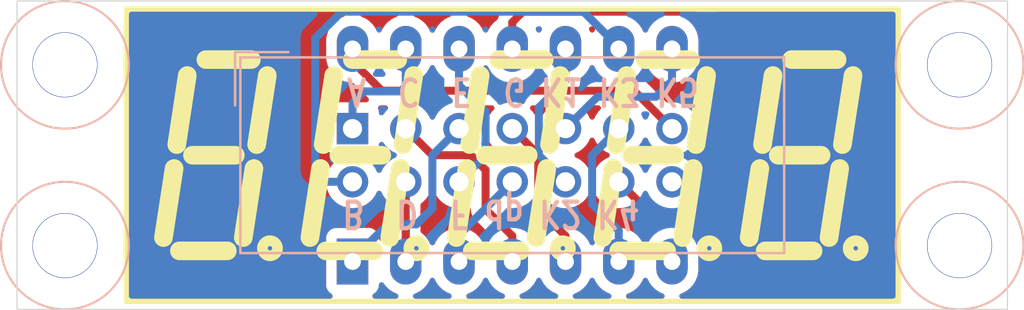
<source format=kicad_pcb>
(kicad_pcb (version 20211014) (generator pcbnew)
  (layers (0 "F.Cu" signal) (31 "B.Cu" signal) (36 "B.SilkS" user "B.Silkscreen") (37 "F.SilkS" user "F.Silkscreen") (38 "B.Mask" user) (39 "F.Mask" user) (44 "Edge.Cuts" user))
  (net 0 "")
  (net 1 "/K_SegA")
  (net 2 "/K_SegB")
  (net 3 "/K_SegC")
  (net 4 "/K_SegDP")
  (net 5 "/A0")
  (net 6 "/K_SegD")
  (net 7 "/K_SegE")
  (net 8 "/K_SegG")
  (net 9 "/K_SegF")
  (net 10 "/A1")
  (net 11 "/A2")
  (net 12 "/A3")
  (net 13 "/A4")
  (net 14 "Net-(P6-Pad14)")
  (footprint "GCC_Display:Disp7s5x_036" (layer "F.Cu") (at 59.182 40.386)
    (fp_text reference "S4" hide)
    (fp_text value "LEDDSP5_CA" hide)
    (fp_line (start 12.065 4.56946) (end 14.34846 4.56946) (layer "F.SilkS") (width 0.889))
    (fp_line (start -5.33654 0.635) (end -5.84454 3.93446) (layer "F.SilkS") (width 0.889))
    (fp_line (start 0.762 0) (end -1.2827 0) (layer "F.SilkS") (width 0.889))
    (fp_line (start 5.45338 -3.80746) (end 4.953 -0.508) (layer "F.SilkS") (width 0.889))
    (fp_line (start 13.32738 -4.56946) (end 15.494 -4.56946) (layer "F.SilkS") (width 0.889))
    (fp_line (start -8.89 4.56946) (end -6.60654 4.56946) (layer "F.SilkS") (width 0.889))
    (fp_line (start -6.223 0) (end -8.2677 0) (layer "F.SilkS") (width 0.889))
    (fp_line (start -0.64262 -4.56946) (end 1.524 -4.56946) (layer "F.SilkS") (width 0.889))
    (fp_line (start 2.286 -3.80746) (end 1.778 -0.508) (layer "F.SilkS") (width 0.889))
    (fp_line (start -7.62762 -4.56946) (end -5.461 -4.56946) (layer "F.SilkS") (width 0.889))
    (fp_line (start -16.129 0.635) (end -16.637 3.93446) (layer "F.SilkS") (width 0.889))
    (fp_line (start 14.732 0) (end 12.6873 0) (layer "F.SilkS") (width 0.889))
    (fp_line (start -11.684 -3.80746) (end -12.192 -0.508) (layer "F.SilkS") (width 0.889))
    (fp_line (start 1.64846 0.635) (end 1.14046 3.93446) (layer "F.SilkS") (width 0.889))
    (fp_line (start 18.41246 -6.985) (end -18.41246 -6.985) (layer "F.SilkS") (width 0.254))
    (fp_line (start -4.699 -3.80746) (end -5.207 -0.508) (layer "F.SilkS") (width 0.889))
    (fp_line (start 11.811 0.635) (end 11.303 3.93446) (layer "F.SilkS") (width 0.889))
    (fp_line (start 7.747 0) (end 5.7023 0) (layer "F.SilkS") (width 0.889))
    (fp_line (start -8.51662 -3.80746) (end -9.017 -0.508) (layer "F.SilkS") (width 0.889))
    (fp_line (start 5.08 4.56946) (end 7.36346 4.56946) (layer "F.SilkS") (width 0.889))
    (fp_line (start 16.256 -3.80746) (end 15.748 -0.508) (layer "F.SilkS") (width 0.889))
    (fp_line (start -12.32154 0.635) (end -12.82954 3.93446) (layer "F.SilkS") (width 0.889))
    (fp_line (start 8.63346 0.635) (end 8.12546 3.93446) (layer "F.SilkS") (width 0.889))
    (fp_line (start -15.875 4.56946) (end -13.59154 4.56946) (layer "F.SilkS") (width 0.889))
    (fp_line (start 6.34238 -4.56946) (end 8.509 -4.56946) (layer "F.SilkS") (width 0.889))
    (fp_line (start -1.53162 -3.80746) (end -2.032 -0.508) (layer "F.SilkS") (width 0.889))
    (fp_line (start 15.61846 0.635) (end 15.11046 3.93446) (layer "F.SilkS") (width 0.889))
    (fp_line (start 9.271 -3.80746) (end 8.763 -0.508) (layer "F.SilkS") (width 0.889))
    (fp_line (start -15.50162 -3.80746) (end -16.002 -0.508) (layer "F.SilkS") (width 0.889))
    (fp_line (start -14.61262 -4.56946) (end -12.446 -4.56946) (layer "F.SilkS") (width 0.889))
    (fp_line (start -13.208 0) (end -15.2527 0) (layer "F.SilkS") (width 0.889))
    (fp_line (start -9.144 0.635) (end -9.652 3.93446) (layer "F.SilkS") (width 0.889))
    (fp_line (start -2.159 0.635) (end -2.667 3.93446) (layer "F.SilkS") (width 0.889))
    (fp_line (start -1.905 4.56946) (end 0.37846 4.56946) (layer "F.SilkS") (width 0.889))
    (fp_line (start 12.43838 -3.80746) (end 11.938 -0.508) (layer "F.SilkS") (width 0.889))
    (fp_line (start 18.41246 6.985) (end 18.41246 -6.985) (layer "F.SilkS") (width 0.254))
    (fp_line (start -18.41246 6.985) (end -18.41246 -6.985) (layer "F.SilkS") (width 0.254))
    (fp_line (start 4.826 0.635) (end 4.318 3.93446) (layer "F.SilkS") (width 0.889))
    (fp_line (start -18.41246 6.985) (end 18.41246 6.985) (layer "F.SilkS") (width 0.254))
    (fp_circle (center 9.398 4.445) (end 9.652 4.18846) (layer "F.SilkS") (width 0.508) (fill none))
    (fp_circle (center -11.557 4.445) (end -11.303 4.18846) (layer "F.SilkS") (width 0.508) (fill none))
    (fp_circle (center 16.383 4.445) (end 16.637 4.18846) (layer "F.SilkS") (width 0.508) (fill none))
    (fp_circle (center 2.413 4.445) (end 2.667 4.18846) (layer "F.SilkS") (width 0.508) (fill none))
    (fp_circle (center -4.572 4.445) (end -4.318 4.18846) (layer "F.SilkS") (width 0.508) (fill none))
    (pad "1" thru_hole rect locked (at -7.62 5.08 90) (size 2.19964 1.50114) (drill 0.8001) (layers *.Cu *.Mask) (net 7 "/K_SegE"))
    (pad "2" thru_hole oval locked (at -5.08 5.08 90) (size 2.1971 1.4986) (drill 0.8001) (layers *.Cu *.Mask) (net 6 "/K_SegD"))
    (pad "3" thru_hole oval locked (at -2.54 5.08 90) (size 2.1971 1.4986) (drill 0.8001) (layers *.Cu *.Mask) (net 4 "/K_SegDP"))
    (pad "4" thru_hole oval locked (at 0 5.08 90) (size 2.1971 1.4986) (drill 0.8001) (layers *.Cu *.Mask) (net 3 "/K_SegC"))
    (pad "5" thru_hole oval locked (at 2.54 5.08 90) (size 2.1971 1.4986) (drill 0.8001) (layers *.Cu *.Mask) (net 8 "/K_SegG"))
    (pad "6" thru_hole oval locked (at 5.08 5.08 90) (size 2.1971 1.4986) (drill 0.8001) (layers *.Cu *.Mask) (net 11 "/A2"))
    (pad "7" thru_hole oval locked (at 7.62 5.08 90) (size 2.1971 1.4986) (drill 0.8001) (layers *.Cu *.Mask))
    (pad "8" thru_hole oval locked (at 7.62 -5.08 90) (size 2.1971 1.4986) (drill 0.8001) (layers *.Cu *.Mask) (net 5 "/A0"))
    (pad "9" thru_hole oval locked (at 5.08 -5.08 90) (size 2.1971 1.4986) (drill 0.8001) (layers *.Cu *.Mask) (net 2 "/K_SegB"))
    (pad "10" thru_hole oval locked (at 2.54 -5.08 90) (size 2.1971 1.4986) (drill 0.8001) (layers *.Cu *.Mask) (net 10 "/A1"))
    (pad "11" thru_hole oval locked (at 0 -5.08 90) (size 2.1971 1.4986) (drill 0.8001) (layers *.Cu *.Mask) (net 12 "/A3"))
    (pad "12" thru_hole oval locked (at -2.53746 -5.08 90) (size 2.1971 1.4986) (drill 0.8001) (layers *.Cu *.Mask) (net 9 "/K_SegF"))
    (pad "13" thru_hole oval locked (at -5.08 -5.08 90) (size 2.1971 1.4986) (drill 0.8001) (layers *.Cu *.Mask) (net 1 "/K_SegA"))
    (pad "14" thru_hole oval locked (at -7.61746 -5.08 90) (size 2.1971 1.4986) (drill 0.8001) (layers *.Cu *.Mask) (net 13 "/A4"))
  )
  (footprint "Connector_IDC:IDC-Header_2x07_P2.54mm_Vertical" (layer "B.Cu") (at 51.562 39.116 -90)
    (fp_text reference "P6" hide)
    (fp_text value "Disp5" hide)
    (fp_line (start 5.945 5.35) (end 5.945 -20.59) (layer "B.SilkS") (width 0.12))
    (fp_line (start -3.655 5.6) (end -3.655 3.06) (layer "B.SilkS") (width 0.12))
    (fp_line (start -3.405 -20.59) (end -3.405 5.35) (layer "B.SilkS") (width 0.12))
    (fp_line (start -3.655 5.6) (end -1.115 5.6) (layer "B.SilkS") (width 0.12))
    (fp_line (start -3.405 5.35) (end 5.945 5.35) (layer "B.SilkS") (width 0.12))
    (fp_line (start 5.945 -20.59) (end -3.405 -20.59) (layer "B.SilkS") (width 0.12))
    (pad "1" thru_hole rect locked (at 0 0 270) (size 1.4986 1.4986) (drill 0.9144) (layers *.Cu *.Mask) (net 1 "/K_SegA"))
    (pad "2" thru_hole oval locked (at 2.54 0 270) (size 1.4986 1.4986) (drill 0.9144) (layers *.Cu *.Mask) (net 2 "/K_SegB"))
    (pad "3" thru_hole oval locked (at 0 -2.54 270) (size 1.4986 1.4986) (drill 0.9144) (layers *.Cu *.Mask) (net 3 "/K_SegC"))
    (pad "4" thru_hole oval locked (at 2.54 -2.54 270) (size 1.4986 1.4986) (drill 0.9144) (layers *.Cu *.Mask) (net 6 "/K_SegD"))
    (pad "5" thru_hole oval locked (at 0 -5.08 270) (size 1.4986 1.4986) (drill 0.9144) (layers *.Cu *.Mask) (net 7 "/K_SegE"))
    (pad "6" thru_hole oval locked (at 2.54 -5.08 270) (size 1.4986 1.4986) (drill 0.9144) (layers *.Cu *.Mask) (net 9 "/K_SegF"))
    (pad "7" thru_hole oval locked (at 0 -7.62 270) (size 1.4986 1.4986) (drill 0.9144) (layers *.Cu *.Mask) (net 8 "/K_SegG"))
    (pad "8" thru_hole oval locked (at 2.54 -7.62 270) (size 1.4986 1.4986) (drill 0.9144) (layers *.Cu *.Mask) (net 4 "/K_SegDP"))
    (pad "9" thru_hole oval locked (at 0 -10.16 270) (size 1.4986 1.4986) (drill 0.9144) (layers *.Cu *.Mask) (net 5 "/A0"))
    (pad "10" thru_hole oval locked (at 2.54 -10.16 270) (size 1.4986 1.4986) (drill 0.9144) (layers *.Cu *.Mask) (net 10 "/A1"))
    (pad "11" thru_hole oval locked (at 0 -12.7 270) (size 1.4986 1.4986) (drill 0.9144) (layers *.Cu *.Mask) (net 11 "/A2"))
    (pad "12" thru_hole oval locked (at 2.54 -12.7 270) (size 1.4986 1.4986) (drill 0.9144) (layers *.Cu *.Mask) (net 12 "/A3"))
    (pad "13" thru_hole oval locked (at 0 -15.24 270) (size 1.4986 1.4986) (drill 0.9144) (layers *.Cu *.Mask) (net 13 "/A4"))
    (pad "14" thru_hole oval locked (at 2.54 -15.24 270) (size 1.4986 1.4986) (drill 0.9144) (layers *.Cu *.Mask) (net 14 "Net-(P6-Pad14)"))
  )
  (footprint "GCC_holes:Hole3mm" (layer "B.Cu") (at 80.518 36.068)
    (fp_text reference "H8" hide)
    (fp_text value "MountingHole" hide)
    (fp_circle (center 0 0) (end 0 3.048) (layer "B.SilkS") (width 0.1) (fill none))
    (pad "1" thru_hole circle locked (at 0 0) (size 3.1 3.1) (drill 3.05) (layers *.Cu *.Mask))
  )
  (footprint "GCC_holes:Hole3mm" (layer "B.Cu") (at 80.518 44.704)
    (fp_text reference "H7" hide)
    (fp_text value "MountingHole" hide)
    (fp_circle (center 0 0) (end 0 3.048) (layer "B.SilkS") (width 0.1) (fill none))
    (pad "1" thru_hole circle locked (at 0 0) (size 3.1 3.1) (drill 3.05) (layers *.Cu *.Mask))
  )
  (footprint "GCC_holes:Hole3mm" (layer "B.Cu") (at 37.846 44.704)
    (fp_text reference "H6" hide)
    (fp_text value "MountingHole" hide)
    (fp_circle (center 0 0) (end 0 3.048) (layer "B.SilkS") (width 0.1) (fill none))
    (pad "1" thru_hole circle locked (at 0 0) (size 3.1 3.1) (drill 3.05) (layers *.Cu *.Mask))
  )
  (footprint "GCC_holes:Hole3mm" (layer "B.Cu") (at 37.846 36.068)
    (fp_text reference "H5" hide)
    (fp_text value "MountingHole" hide)
    (fp_circle (center 0 0) (end 0 3.048) (layer "B.SilkS") (width 0.1) (fill none))
    (pad "1" thru_hole circle locked (at 0 0) (size 3.1 3.1) (drill 3.05) (layers *.Cu *.Mask))
  )
  (gr_rect (start 35.56 33.02) (end 82.804 47.752) (layer "Edge.Cuts") (width 0.05) (fill none))
  (gr_text "B  D  F dp K2 K4" (at 58.166 43.18 180) (layer "B.SilkS") (effects (font (size 1.27 1.016) (thickness 0.2032)) (justify mirror)))
  (gr_text "A  C  E  G K1 K3 K5" (at 59.69 37.338 180) (layer "B.SilkS") (effects (font (size 1.27 1.016) (thickness 0.2032)) (justify mirror)))
  (segment (start 51.562 39.116) (end 51.562 37.885) (width 0.381) (layer "B.Cu") (net 1))
  (segment (start 51.562 37.885) (end 52.109 37.338) (width 0.381) (layer "B.Cu") (net 1))
  (segment (start 54.102 37.084) (end 54.102 35.306) (width 0.381) (layer "B.Cu") (net 1))
  (segment (start 53.848 37.338) (end 54.102 37.084) (width 0.381) (layer "B.Cu") (net 1))
  (segment (start 52.109 37.338) (end 53.848 37.338) (width 0.381) (layer "B.Cu") (net 1))
  (segment (start 49.784 41.080081) (end 49.784 34.798) (width 0.381) (layer "B.Cu") (net 2))
  (segment (start 49.784 34.798) (end 51.054 33.528) (width 0.381) (layer "B.Cu") (net 2))
  (segment (start 51.054 33.528) (end 62.57925 33.528) (width 0.381) (layer "B.Cu") (net 2))
  (segment (start 50.359919 41.656) (end 49.784 41.080081) (width 0.381) (layer "B.Cu") (net 2))
  (segment (start 51.562 41.656) (end 50.359919 41.656) (width 0.381) (layer "B.Cu") (net 2))
  (segment (start 62.57925 33.528) (end 62.992 33.94075) (width 0.381) (layer "B.Cu") (net 2))
  (segment (start 62.992 33.94075) (end 64.262 35.21075) (width 0.381) (layer "B.Cu") (net 2))
  (segment (start 57.912 42.96918) (end 59.182 44.23918) (width 0.381) (layer "F.Cu") (net 3))
  (segment (start 59.182 44.23918) (end 59.182 45.466) (width 0.381) (layer "F.Cu") (net 3))
  (segment (start 57.912 41.090058) (end 57.912 42.96918) (width 0.381) (layer "F.Cu") (net 3))
  (segment (start 57.207942 40.386) (end 57.912 41.090058) (width 0.381) (layer "F.Cu") (net 3))
  (segment (start 55.372 40.386) (end 57.207942 40.386) (width 0.381) (layer "F.Cu") (net 3))
  (segment (start 54.102 39.116) (end 55.372 40.386) (width 0.381) (layer "F.Cu") (net 3))
  (segment (start 56.642 44.196) (end 56.642 45.466) (width 0.381) (layer "B.Cu") (net 4))
  (segment (start 59.182 41.656) (end 56.642 44.196) (width 0.381) (layer "B.Cu") (net 4))
  (segment (start 66.802 36.83) (end 66.802 35.306) (width 0.381) (layer "B.Cu") (net 5))
  (segment (start 66.04 37.592) (end 66.802 36.83) (width 0.381) (layer "B.Cu") (net 5))
  (segment (start 61.722 39.116) (end 63.246 37.592) (width 0.381) (layer "B.Cu") (net 5))
  (segment (start 63.246 37.592) (end 66.04 37.592) (width 0.381) (layer "B.Cu") (net 5))
  (segment (start 54.102 41.656) (end 54.102 43.942) (width 0.381) (layer "F.Cu") (net 6))
  (segment (start 54.102 43.942) (end 54.102 45.466) (width 0.381) (layer "F.Cu") (net 6))
  (segment (start 54.102 43.942) (end 54.102 45.72) (width 0.381) (layer "F.Cu") (net 6))
  (segment (start 51.562 45.37075) (end 51.562 45.466) (width 0.381) (layer "B.Cu") (net 7))
  (segment (start 54.61 43.688) (end 53.24475 43.688) (width 0.381) (layer "B.Cu") (net 7))
  (segment (start 55.372 40.386) (end 55.372 42.926) (width 0.381) (layer "B.Cu") (net 7))
  (segment (start 53.24475 43.688) (end 51.562 45.37075) (width 0.381) (layer "B.Cu") (net 7))
  (segment (start 55.372 42.926) (end 54.61 43.688) (width 0.381) (layer "B.Cu") (net 7))
  (segment (start 56.642 39.116) (end 55.372 40.386) (width 0.381) (layer "B.Cu") (net 7))
  (segment (start 61.722 44.23918) (end 61.722 45.466) (width 0.381) (layer "F.Cu") (net 8))
  (segment (start 60.422501 42.939681) (end 61.722 44.23918) (width 0.381) (layer "F.Cu") (net 8))
  (segment (start 59.182 39.116) (end 60.422501 40.356501) (width 0.381) (layer "F.Cu") (net 8))
  (segment (start 60.422501 40.356501) (end 60.422501 42.939681) (width 0.381) (layer "F.Cu") (net 8))
  (segment (start 56.642 37.04082) (end 56.642 35.306) (width 0.381) (layer "B.Cu") (net 9))
  (segment (start 57.912 38.31082) (end 56.642 37.04082) (width 0.381) (layer "B.Cu") (net 9))
  (segment (start 57.912 40.386) (end 57.912 38.31082) (width 0.381) (layer "B.Cu") (net 9))
  (segment (start 56.642 41.656) (end 57.912 40.386) (width 0.381) (layer "B.Cu") (net 9))
  (segment (start 61.722 36.83) (end 61.722 35.306) (width 0.381) (layer "B.Cu") (net 10))
  (segment (start 60.452 38.1) (end 61.722 36.83) (width 0.381) (layer "B.Cu") (net 10))
  (segment (start 61.722 41.656) (end 60.452 40.386) (width 0.381) (layer "B.Cu") (net 10))
  (segment (start 60.452 40.386) (end 60.452 38.1) (width 0.381) (layer "B.Cu") (net 10))
  (segment (start 62.992 40.386) (end 62.992 42.71518) (width 0.381) (layer "B.Cu") (net 11))
  (segment (start 62.992 40.386) (end 64.262 39.116) (width 0.381) (layer "B.Cu") (net 11))
  (segment (start 64.262 43.98518) (end 64.262 45.466) (width 0.381) (layer "B.Cu") (net 11))
  (segment (start 62.992 42.71518) (end 64.262 43.98518) (width 0.381) (layer "B.Cu") (net 11))
  (segment (start 66.04 43.434) (end 64.262 41.656) (width 0.381) (layer "F.Cu") (net 12))
  (segment (start 67.564 43.434) (end 66.04 43.434) (width 0.381) (layer "F.Cu") (net 12))
  (segment (start 59.182 35.306) (end 59.182 34.036) (width 0.381) (layer "F.Cu") (net 12))
  (segment (start 59.182 34.036) (end 59.69 33.528) (width 0.381) (layer "F.Cu") (net 12))
  (segment (start 59.69 33.528) (end 67.691 33.528) (width 0.381) (layer "F.Cu") (net 12))
  (segment (start 67.691 33.528) (end 68.58 34.417) (width 0.381) (layer "F.Cu") (net 12))
  (segment (start 68.58 34.417) (end 68.58 42.418) (width 0.381) (layer "F.Cu") (net 12))
  (segment (start 68.58 42.418) (end 67.564 43.434) (width 0.381) (layer "F.Cu") (net 12))
  (segment (start 51.56454 35.90925) (end 51.56454 35.56) (width 0.381) (layer "F.Cu") (net 13))
  (segment (start 64.98971 37.30371) (end 66.802 39.116) (width 0.381) (layer "F.Cu") (net 13))
  (segment (start 52.959 37.30371) (end 64.98971 37.30371) (width 0.381) (layer "F.Cu") (net 13))
  (segment (start 52.959 37.30371) (end 51.56454 35.90925) (width 0.381) (layer "F.Cu") (net 13))
  (zone (net 0) (net_name "") (layer "F.Cu") (connect_pads (clearance 0.508)) (min_thickness 0.254) (fill yes (thermal_gap 0.508) (thermal_bridge_width 0.508))
    (polygon (pts (xy 40.894 33.02) (xy 77.47 33.02) (xy 77.47 47.752) (xy 40.894 47.752)))
  )
  (zone (net 0) (net_name "") (layer "B.Cu") (connect_pads (clearance 0.508)) (min_thickness 0.254) (fill yes (thermal_gap 0.508) (thermal_bridge_width 0.508))
    (polygon (pts (xy 40.894 33.02) (xy 77.47 33.02) (xy 77.47 47.752) (xy 40.894 47.752)))
  )
)
</source>
